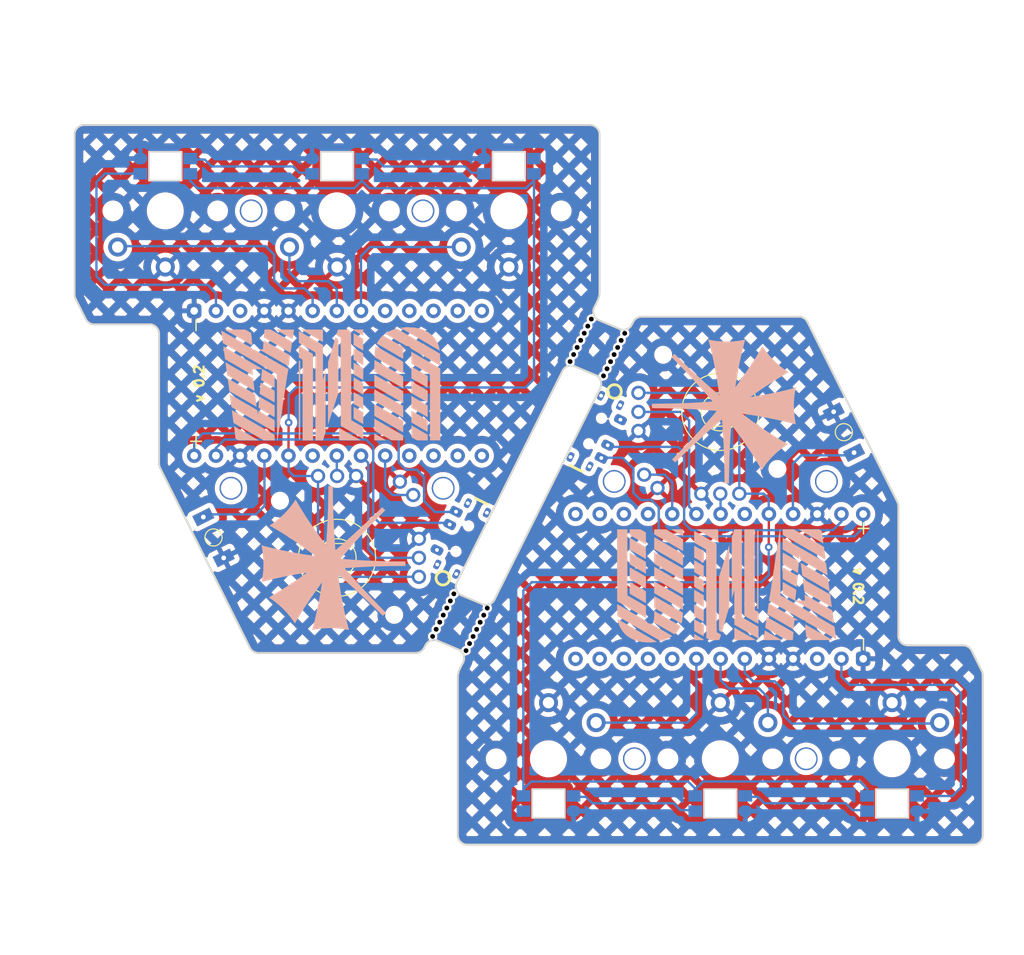
<source format=kicad_pcb>
(kicad_pcb (version 20221018) (generator pcbnew)
  (layers (0 "F.Cu" signal) (31 "B.Cu" signal) (34 "B.Paste" user) (35 "F.Paste" user) (36 "B.SilkS" user "B.Silkscreen") (37 "F.SilkS" user "F.Silkscreen") (38 "B.Mask" user) (39 "F.Mask" user) (44 "Edge.Cuts" user))
  (net 0 "")
  (net 1 "GND")
  (net 2 "Net-(J1-Pin_1)")
  (net 3 "VCC")
  (net 4 "LED")
  (net 5 "reset")
  (net 6 "sw1")
  (net 7 "sw2")
  (net 8 "sw3")
  (net 9 "sw4")
  (net 10 "analogY")
  (net 11 "analogX")
  (net 13 "VBAT")
  (net 14 "Net-(LED1-DIN)")
  (net 15 "Net-(LED2-DIN)")
  (footprint "anu_lib:SW_3x4x2_2legs" (layer "F.Cu") (at 163.976 103.486 116.5)
    (fp_text reference "RSW1" hide)
    (fp_text value "SW_PUSH" hide)
  )
  (footprint "anu_lib:ChocV1_1u" (layer "F.Cu") (at 132.944 137.82)
    (fp_text reference "SW1" hide)
    (fp_text value "SW_PUSH" hide)
  )
  (footprint "anu_lib:ChocV1_1u" (layer "F.Cu") (at 150.994 137.82)
    (fp_text reference "SW2" hide)
    (fp_text value "SW_PUSH" hide)
  )
  (footprint "anu_lib:ChocV1_1u" (layer "F.Cu") (at 169.044 137.82)
    (fp_text reference "SW3" hide)
    (fp_text value "SW_PUSH" hide)
  )
  (footprint "anu_lib:FJ08K-S" (layer "F.Cu") (at 150.994 101.35 180)
    (fp_text reference "X1" hide)
    (fp_text value "FJ08K-S")
  )
  (footprint "anu_lib:SW_MSK-12C02_duplex" (layer "F.Cu") (at 137.8395 103.359 63.5)
    (fp_text reference "SW4")
    (fp_text value "SW_SPDT")
  )
  (footprint "anu_lib:battery_conn_duplex" (layer "F.Cu") (at 166.262 119.696 -90)
    (fp_text reference "J1" hide)
    (fp_text value "battery connector")
  )
  (footprint "anu_lib:ProMicro_v4" (layer "F.Cu") (at 149.244 119.696 -90)
    (fp_text reference "U1" hide)
    (fp_text value "ProMicro_r" hide)
  )
  (footprint "NPTH" (layer "F.Cu") (at 140.951503 93.08778 63.5)
    (fp_text reference "REF**" hide)
    (fp_text value "NPTH" hide)
  )
  (footprint "NPTH" (layer "F.Cu") (at 136.700225 93.081572 -116.5)
    (fp_text reference "REF**" hide)
    (fp_text value "NPTH" hide)
  )
  (footprint "enki_lib:HOLE" (layer "F.Cu") (at 119.752578 80.219958 180)
    (fp_text reference "H1" hide)
    (fp_text value "Hole" hide)
  )
  (footprint "anu_lib:SW_MSK-12C02_duplex" (layer "F.Cu") (at 123.882072 114.680972 -116.5)
    (fp_text reference "SW4")
    (fp_text value "SW_SPDT")
  )
  (footprint "NPTH" (layer "F.Cu") (at 136.328318 93.827296 -116.5)
    (fp_text reference "REF**" hide)
    (fp_text value "NPTH" hide)
  )
  (footprint "NPTH" (layer "F.Cu") (at 135.212516 96.064485 -116.5)
    (fp_text reference "REF**" hide)
    (fp_text value "NPTH" hide)
  )
  (footprint "enki_lib:HOLE" (layer "F.Cu") (at 101.702575 80.219975 180)
    (fp_text reference "H1" hide)
    (fp_text value "Hole" hide)
  )
  (footprint "enki_lib:HOLE" (layer "F.Cu") (at 141.969 137.82)
    (fp_text reference "H1" hide)
    (fp_text value "Hole" hide)
  )
  (footprint "NPTH" (layer "F.Cu") (at 140.207649 94.579243 63.5)
    (fp_text reference "REF**" hide)
    (fp_text value "NPTH" hide)
  )
  (footprint "NPTH" (layer "F.Cu") (at 124.649422 125.704138 63.5)
    (fp_text reference "REF**" hide)
    (fp_text value "NPTH" hide)
  )
  (footprint "NPTH" (layer "F.Cu") (at 125.393272 124.212677 63.5)
    (fp_text reference "REF**" hide)
    (fp_text value "NPTH" hide)
  )
  (footprint "NPTH" (layer "F.Cu") (at 126.137133 122.721215 63.5)
    (fp_text reference "REF**" hide)
    (fp_text value "NPTH" hide)
  )
  (footprint "NPTH" (layer "F.Cu") (at 138.719937 97.562166 63.5)
    (fp_text reference "REF**" hide)
    (fp_text value "NPTH" hide)
  )
  (footprint "enki_lib:HOLE" (layer "F.Cu") (at 139.846 108.662)
    (fp_text reference "H1" hide)
    (fp_text value "Hole" hide)
  )
  (footprint "NPTH" (layer "F.Cu") (at 121.142016 124.206453 -116.5)
    (fp_text reference "REF**" hide)
    (fp_text value "NPTH" hide)
  )
  (footprint "NPTH" (layer "F.Cu") (at 120.770065 124.952182 -116.5)
    (fp_text reference "REF**" hide)
    (fp_text value "NPTH" hide)
  )
  (footprint "NPTH" (layer "F.Cu") (at 139.091866 96.816434 63.5)
    (fp_text reference "REF**" hide)
    (fp_text value "NPTH" hide)
  )
  (footprint "NPTH" (layer "F.Cu") (at 123.001637 120.477805 -116.5)
    (fp_text reference "REF**" hide)
    (fp_text value "NPTH" hide)
  )
  (footprint "NPTH" (layer "F.Cu") (at 137.444072 91.590102 -116.5)
    (fp_text reference "REF**" hide)
    (fp_text value "NPTH" hide)
  )
  (footprint "anu_lib:ChocV1_1u" (layer "F.Cu") (at 92.677573 80.219963 180)
    (fp_text reference "SW3" hide)
    (fp_text value "SW_PUSH" hide)
  )
  (footprint "enki_lib:HOLE" (layer "F.Cu") (at 160.019 137.82)
    (fp_text reference "H1" hide)
    (fp_text value "Hole" hide)
  )
  (footprint "NPTH" (layer "F.Cu") (at 124.277493 126.44987 63.5)
    (fp_text reference "REF**" hide)
    (fp_text value "NPTH" hide)
  )
  (footprint "anu_lib:battery_conn_duplex" (layer "F.Cu") (at 95.459582 98.34398 90)
    (fp_text reference "J1" hide)
    (fp_text value "battery connector")
  )
  (footprint "NPTH" (layer "F.Cu") (at 121.513926 123.460728 -116.5)
    (fp_text reference "REF**" hide)
    (fp_text value "NPTH" hide)
  )
  (footprint "NPTH" (layer "F.Cu") (at 125.021352 124.958404 63.5)
    (fp_text reference "REF**" hide)
    (fp_text value "NPTH" hide)
  )
  (footprint "NPTH" (layer "F.Cu") (at 139.835716 95.324973 63.5)
    (fp_text reference "REF**" hide)
    (fp_text value "NPTH" hide)
  )
  (footprint "anu_lib:ChocV1_1u" (layer "F.Cu") (at 110.727573 80.219973 180)
    (fp_text reference "SW2" hide)
    (fp_text value "SW_PUSH" hide)
  )
  (footprint "anu_lib:SW_3x4x2_2legs" (layer "F.Cu") (at 97.745573 114.553968 -63.5)
    (fp_text reference "RSW1" hide)
    (fp_text value "SW_PUSH" hide)
  )
  (footprint "NPTH" (layer "F.Cu") (at 122.257779 121.969274 -116.5)
    (fp_text reference "REF**" hide)
    (fp_text value "NPTH" hide)
  )
  (footprint "enki_lib:HOLE" (layer "F.Cu") (at 99.579581 109.37796 180)
    (fp_text reference "H1" hide)
    (fp_text value "Hole" hide)
  )
  (footprint "NPTH" (layer "F.Cu") (at 135.956361 94.573026 -116.5)
    (fp_text reference "REF**" hide)
    (fp_text value "NPTH" hide)
  )
  (footprint "NPTH" (layer "F.Cu") (at 139.463796 96.0707 63.5)
    (fp_text reference "REF**" hide)
    (fp_text value "NPTH" hide)
  )
  (footprint "NPTH" (layer "F.Cu") (at 135.584441 95.318759 -116.5)
    (fp_text reference "REF**" hide)
    (fp_text value "NPTH" hide)
  )
  (footprint "NPTH" (layer "F.Cu") (at 125.765205 123.466947 63.5)
    (fp_text reference "REF**" hide)
    (fp_text value "NPTH" hide)
  )
  (footprint "NPTH" (layer "F.Cu") (at 121.885867 122.714982 -116.5)
    (fp_text reference "REF**" hide)
    (fp_text value "NPTH" hide)
  )
  (footprint "NPTH" (layer "F.Cu") (at 122.629706 121.223529 -116.5)
    (fp_text reference "REF**" hide)
    (fp_text value "NPTH" hide)
  )
  (footprint "anu_lib:ChocV1_1u" (layer "F.Cu") (at 128.777574 80.219979 180)
    (fp_text reference "SW1" hide)
    (fp_text value "SW_PUSH" hide)
  )
  (footprint "NPTH" (layer "F.Cu") (at 137.072161 92.335834 -116.5)
    (fp_text reference "REF**" hide)
    (fp_text value "NPTH" hide)
  )
  (footprint "enki_lib:HOLE" (layer "F.Cu") (at 121.875579 109.377969 180)
    (fp_text reference "H1" hide)
    (fp_text value "Hole" hide)
  )
  (footprint "anu_lib:ProMicro_v4" (layer "F.Cu") (at 112.477581 98.343968 90)
    (fp_text reference "U1" hide)
    (fp_text value "ProMicro_r" hide)
  )
  (footprint "enki_lib:HOLE" (layer "F.Cu") (at 162.142 108.662)
    (fp_text reference "H1" hide)
    (fp_text value "Hole" hide)
  )
  (footprint "anu_lib:FJ08K-S" (layer "F.Cu") (at 110.727579 116.689968)
    (fp_text reference "X1" hide)
    (fp_text value "FJ08K-S")
  )
  (footprint "NPTH" (layer "F.Cu") (at 126.509059 121.975484 63.5)
    (fp_text reference "REF**" hide)
    (fp_text value "NPTH" hide)
  )
  (footprint "NPTH" (layer "F.Cu") (at 140.579577 93.833511 63.5)
    (fp_text reference "REF**" hide)
    (fp_text value "NPTH" hide)
  )
  (footprint "anu_lib:YS-SK6812MINI-E_small" (layer "B.Cu") (at 132.944 142.52 180)
    (fp_text reference "LED1" hide)
    (fp_text value "YS-SK6812MINI-E" hide)
    (fp_line (start -1.7 -1.5) (end 1.7 -1.5) (stroke (width 0.12)) (layer "Edge.Cuts"))
    (fp_line (start -1.7 1.5) (end -1.7 -1.5) (stroke (width 0.12)) (layer "Edge.Cuts"))
    (fp_line (start 1.7 -1.5) (end 1.7 1.5) (stroke (width 0.12)) (layer "Edge.Cuts"))
    (fp_line (start 1.7 1.5) (end -1.7 1.5) (stroke (width 0.12)) (layer "Edge.Cuts"))
  )
  (footprint "anu_lib:YS-SK6812MINI-E_small" (layer "B.Cu") (at 150.994 142.52 180)
    (fp_text reference "LED2" hide)
    (fp_text value "YS-SK6812MINI-E" hide)
    (fp_line (start -1.7 -1.5) (end 1.7 -1.5) (stroke (width 0.12)) (layer "Edge.Cuts"))
    (fp_line (start -1.7 1.5) (end -1.7 -1.5) (stroke (width 0.12)) (layer "Edge.Cuts"))
    (fp_line (start 1.7 -1.5) (end 1.7 1.5) (stroke (width 0.12)) (layer "Edge.Cuts"))
    (fp_line (start 1.7 1.5) (end -1.7 1.5) (stroke (width 0.12)) (layer "Edge.Cuts"))
  )
  (footprint "anu_lib:YS-SK6812MINI-E_small" (layer "B.Cu") (at 169.044 142.52 180)
    (fp_text reference "LED3" hide)
    (fp_text value "YS-SK6812MINI-E" hide)
    (fp_line (start -1.7 -1.5) (end 1.7 -1.5) (stroke (width 0.12)) (layer "Edge.Cuts"))
    (fp_line (start -1.7 1.5) (end -1.7 -1.5) (stroke (width 0.12)) (layer "Edge.Cuts"))
    (fp_line (start 1.7 -1.5) (end 1.7 1.5) (stroke (width 0.12)) (layer "Edge.Cuts"))
    (fp_line (start 1.7 1.5) (end -1.7 1.5) (stroke (width 0.12)) (layer "Edge.Cuts"))
  )
  (footprint "anu_lib:Logo_anu" (layer "B.Cu") (at 151.594 119.6964 180)
    (fp_text reference "G2" hide)
    (fp_text value "Logo" hide)
  )
  (footprint "anu_lib:Logo_anu_cuneiform" (layer "B.Cu") (at 151.394 101.34266 180)
    (fp_text reference "G1" hide)
    (fp_text value "Logo" hide)
  )
  (footprint "anu_lib:YS-SK6812MINI-E_small" (layer "B.Cu") (at 128.777578 75.519962)
    (fp_text reference "LED1" hide)
    (fp_text value "YS-SK6812MINI-E" hide)
    (fp_line (start -1.7 -1.5) (end 1.7 -1.5) (stroke (width 0.12)) (layer "Edge.Cuts"))
    (fp_line (start -1.7 1.5) (end -1.7 -1.5) (stroke (width 0.12)) (layer "Edge.Cuts"))
    (fp_line (start 1.7 -1.5) (end 1.7 1.5) (stroke (width 0.12)) (layer "Edge.Cuts"))
    (fp_line (start 1.7 1.5) (end -1.7 1.5) (stroke (width 0.12)) (layer "Edge.Cuts"))
  )
  (footprint "anu_lib:Logo_anu" (layer "B.Cu") (at 110.127579 98.343571)
    (fp_text reference "G2" hide)
    (fp_text value "Logo" hide)
  )
  (footprint "anu_lib:YS-SK6812MINI-E_small" (layer "B.Cu") (at 110.727575 75.519972)
    (fp_text reference "LED2" hide)
    (fp_text value "YS-SK6812MINI-E" hide)
    (fp_line (start -1.7 -1.5) (end 1.7 -1.5) (stroke (width 0.12)) (layer "Edge.Cuts"))
    (fp_line (start -1.7 1.5) (end -1.7 -1.5) (stroke (width 0.12)) (layer "Edge.Cuts"))
    (fp_line (start 1.7 -1.5) (end 1.7 1.5) (stroke (width 0.12)) (layer "Edge.Cuts"))
    (fp_line (start 1.7 1.5) (end -1.7 1.5) (stroke (width 0.12)) (layer "Edge.Cuts"))
  )
  (footprint "anu_lib:YS-SK6812MINI-E_small" (layer "B.Cu") (at 92.677569 75.519973)
    (fp_text reference "LED3" hide)
    (fp_text value "YS-SK6812MINI-E" hide)
    (fp_line (start -1.7 -1.5) (end 1.7 -1.5) (stroke (width 0.12)) (layer "Edge.Cuts"))
    (fp_line (start -1.7 1.5) (end -1.7 -1.5) (stroke (width 0.12)) (layer "Edge.Cuts"))
    (fp_line (start 1.7 -1.5) (end 1.7 1.5) (stroke (width 0.12)) (layer "Edge.Cuts"))
    (fp_line (start 1.7 1.5) (end -1.7 1.5) (stroke (width 0.12)) (layer "Edge.Cuts"))
  )
  (footprint "anu_lib:Logo_anu_cuneiform" (layer "B.Cu") (at 110.327588 116.697303)
    (fp_text reference "G1" hide)
    (fp_text value "Logo" hide)
  )
  (gr_line (start 124.418601 146.8454) (end 177.568601 146.8454) (stroke (width 0.2)) (layer "Edge.Cuts"))
  (gr_line (start 123.418601 145.8454) (end 123.418601 129.266971) (stroke (width 0.2)) (layer "Edge.Cuts"))
  (gr_line (start 178.568599 145.845401) (end 178.5686 129.031186) (stroke (width 0.2)) (layer "Edge.Cuts"))
  (gr_line (start 160.145365 91.899511) (end 169.588267 110.810645) (stroke (width 0.2)) (layer "Edge.Cuts"))
  (gr_arc (start 124.418601 146.8454) (mid 123.711494 146.552507) (end 123.418601 145.8454) (stroke (width 0.2)) (layer "Edge.Cuts"))
  (gr_arc (start 178.568601 145.8454) (mid 178.275708 146.552507) (end 177.568601 146.8454) (stroke (width 0.2)) (layer "Edge.Cuts"))
  (gr_arc (start 123.4186 129.266971) (mid 123.471979 128.807986) (end 123.629267 128.373502) (stroke (width 0.2)) (layer "Edge.Cuts"))
  (gr_line (start 177.396805 126.448666) (end 178.463266 128.584451) (stroke (width 0.2)) (layer "Edge.Cuts"))
  (gr_line (start 176.502138 125.8954) (end 170.6936 125.8954) (stroke (width 0.2)) (layer "Edge.Cuts"))
  (gr_line (start 169.6936 124.8954) (end 169.6936 111.257379) (stroke (width 0.2)) (layer "Edge.Cuts"))
  (gr_arc (start 176.502138 125.8954) (mid 177.028097 126.04489) (end 177.396805 126.448666) (stroke (width 0.2)) (layer "Edge.Cuts"))
  (gr_arc (start 178.463267 128.584452) (mid 178.541911 128.801694) (end 178.5686 129.031186) (stroke (width 0.2)) (layer "Edge.Cuts"))
  (gr_arc (start 170.6936 125.8954) (mid 169.986493 125.602507) (end 169.6936 124.8954) (stroke (width 0.2)) (layer "Edge.Cuts"))
  (gr_arc (start 169.588267 110.810645) (mid 169.666911 111.027887) (end 169.6936 111.257379) (stroke (width 0.2)) (layer "Edge.Cuts"))
  (gr_line (start 142.736503 91.346246) (end 159.250698 91.346246) (stroke (width 0.2)) (layer "Edge.Cuts"))
  (gr_arc (start 141.841836 91.899512) (mid 142.210544 91.495736) (end 142.736503 91.346246) (stroke (width 0.2)) (layer "Edge.Cuts"))
  (gr_arc (start 159.250697 91.346245) (mid 159.776657 91.495735) (end 160.145365 91.899511) (stroke (width 0.2)) (layer "Edge.Cuts"))
  (gr_arc (start 119.87974 126.140464) (mid 119.511045 126.54425) (end 118.985083 126.693718) (stroke (width 0.2)) (layer "Edge.Cuts"))
  (gr_line (start 118.985083 126.693718) (end 102.470863 126.693718) (stroke (width 0.2)) (layer "Edge.Cuts"))
  (gr_line (start 138.404774 98.786229) (end 127.3 121.031) (stroke (width 0.2)) (layer "Edge.Cuts"))
  (gr_arc (start 137.302969 71.194569) (mid 138.010081 71.487461) (end 138.302971 72.19457) (stroke (width 0.2)) (layer "Edge.Cuts"))
  (gr_line (start 137.720226 90.413771) (end 138.092317 89.666479) (stroke (width 0.2)) (layer "Edge.Cuts"))
  (gr_arc (start 138.303 88.773) (mid 138.249613 89.231991) (end 138.092317 89.666479) (stroke (width 0.2)) (layer "Edge.Cuts"))
  (gr_arc (start 141.738549 92.110106) (mid 141.192655 92.646557) (end 140.42732 92.63988) (stroke (width 0.2)) (layer "Edge.Cuts"))
  (gr_line (start 101.576228 126.140464) (end 92.13331 107.229325) (stroke (width 0.2)) (layer "Edge.Cuts"))
  (gr_line (start 141.738549 92.110106) (end 141.841836 91.899512) (stroke (width 0.2)) (layer "Edge.Cuts"))
  (gr_line (start 138.302971 72.19457) (end 138.303002 88.773001) (stroke (width 0.2)) (layer "Edge.Cuts"))
  (gr_line (start 85.219443 92.144575) (end 91.027976 92.144557) (stroke (width 0.2)) (layer "Edge.Cuts"))
  (gr_arc (start 119.986451 125.939894) (mid 120.532345 125.403444) (end 121.29768 125.41012) (stroke (width 0.2)) (layer "Edge.Cuts"))
  (gr_line (start 140.42732 92.63988) (end 138.25 91.725) (stroke (width 0.2)) (layer "Edge.Cuts"))
  (gr_arc (start 83.258307 89.455526) (mid 83.179659 89.238284) (end 83.152973 89.008791) (stroke (width 0.2)) (layer "Edge.Cuts"))
  (gr_arc (start 85.219443 92.144575) (mid 84.693487 91.99507) (end 84.324766 91.591306) (stroke (width 0.2)) (layer "Edge.Cuts"))
  (gr_line (start 121.29768 125.41012) (end 123.475 126.325) (stroke (width 0.2)) (layer "Edge.Cuts"))
  (gr_line (start 123.629267 128.373502) (end 124.004774 127.636229) (stroke (width 0.2)) (layer "Edge.Cuts"))
  (gr_arc (start 137.875 97.475) (mid 138.411465 98.020892) (end 138.404774 98.786229) (stroke (width 0.2)) (layer "Edge.Cuts"))
  (gr_arc (start 123.475 126.325) (mid 124.011465 126.870892) (end 124.004774 127.636229) (stroke (width 0.2)) (layer "Edge.Cuts"))
  (gr_arc (start 123.811451 120.645894) (mid 123.275 120.099999) (end 123.281677 119.334665) (stroke (width 0.2)) (layer "Edge.Cuts"))
  (gr_line (start 92.02798 93.144577) (end 92.027966 106.782591) (stroke (width 0.2)) (layer "Edge.Cuts"))
  (gr_arc (start 138.25 91.725) (mid 137.713535 91.179108) (end 137.720226 90.413771) (stroke (width 0.2)) (layer "Edge.Cuts"))
  (gr_line (start 135.69768 96.56012) (end 137.875 97.475) (stroke (width 0.2)) (layer "Edge.Cuts"))
  (gr_line (start 119.87974 126.140464) (end 119.986451 125.939894) (stroke (width 0.2)) (layer "Edge.Cuts"))
  (gr_line (start 125.988771 121.560774) (end 123.811451 120.645894) (stroke (width 0.2)) (layer "Edge.Cuts"))
  (gr_line (start 123.281677 119.334665) (end 134.386451 97.089894) (stroke (width 0.2)) (layer "Edge.Cuts"))
  (gr_line (start 137.302969 71.194569) (end 84.152977 71.194552) (stroke (width 0.2)) (layer "Edge.Cuts"))
  (gr_arc (start 127.3 121.031) (mid 126.754106 121.567451) (end 125.988771 121.560774) (stroke (width 0.2)) (layer "Edge.Cuts"))
  (gr_arc (start 102.470866 126.69372) (mid 101.944923 126.544227) (end 101.576228 126.140464) (stroke (width 0.2)) (layer "Edge.Cuts"))
  (gr_line (start 83.152992 72.194582) (end 83.152973 89.008791) (stroke (width 0.2)) (layer "Edge.Cuts"))
  (gr_arc (start 92.13331 107.229325) (mid 92.054661 107.012084) (end 92.027966 106.782591) (stroke (width 0.2)) (layer "Edge.Cuts"))
  (gr_arc (start 134.386451 97.089894) (mid 134.932345 96.553444) (end 135.69768 96.56012) (stroke (width 0.2)) (layer "Edge.Cuts"))
  (gr_line (start 84.324766 91.591306) (end 83.258308 89.455524) (stroke (width 0.2)) (layer "Edge.Cuts"))
  (gr_arc (start 83.152985 72.194577) (mid 83.445869 71.487463) (end 84.152977 71.194552) (stroke (width 0.2)) (layer "Edge.Cuts"))
  (gr_arc (start 91.027976 92.144557) (mid 91.735082 92.437462) (end 92.02798 93.144577) (stroke (width 0.2)) (layer "Edge.Cuts"))
  (gr_text "v 0.2" (at 96.25075 98.360257 90) (layer "F.SilkS") (effects (font (size 1 1) (thickness 0.25))))
  (gr_text "v 0.2" (at 165.47084 119.67972 270) (layer "F.SilkS") (effects (font (size 1 1) (thickness 0.25))))
  (gr_text "0,5" (at 75.311 93.5355 90) (layer "Edge.Cuts") (effects (font (size 0 0) (thickness 0.2)) (justify left top)))
  (segment (start 140.716 106.172) (end 138.536207 106.172) (width 0.25) (layer "B.Cu") (net 2))
  (segment (start 166.008 113.519) (end 165.1 114.427) (width 0.25) (layer "B.Cu") (net 2))
  (segment (start 121.005572 111.86797) (end 123.185376 111.867982) (width 0.25) (layer "B.Cu") (net 2))
  (segment (start 138.622661 106.299) (end 138.515934 106.192273) (width 0.25) (layer "B.Cu") (net 2))
  (segment (start 95.713568 104.520974) (end 96.621583 103.612974) (width 0.25) (layer "B.Cu") (net 2))
  (segment (start 144.526 113.665) (end 144.526 111.379) (width 0.25) (layer "B.Cu") (net 2))
  (segment (start 166.008 112.0874) (end 166.008 113.519) (width 0.25) (layer "B.Cu") (net 2))
  (segment (start 165.1 114.427) (end 145.288 114.427) (width 0.25) (layer "B.Cu") (net 2))
  (segment (start 96.621583 103.612974) (end 116.433576 103.612984) (width 0.25) (layer "B.Cu") (net 2))
  (segment (start 141.859 109.855) (end 141.859 107.315) (width 0.25) (layer "B.Cu") (net 2))
  (segment (start 142.621 110.617) (end 141.859 109.855) (width 0.25) (layer "B.Cu") (net 2))
  (segment (start 116.433576 103.612984) (end 117.195576 104.374963) (width 0.25) (layer "B.Cu") (net 2))
  (segment (start 119.100569 107.422964) (end 119.86257 108.184972) (width 0.25) (layer "B.Cu") (net 2))
  (segment (start 141.859 107.315) (end 140.716 106.172) (width 0.25) (layer "B.Cu") (net 2))
  (segment (start 138.536207 106.172) (end 138.515934 106.192273) (width 0.25) (layer "B.Cu") (net 2))
  (segment (start 123.098912 111.740985) (end 123.205648 111.847709) (width 0.25) (layer "B.Cu") (net 2))
  (segment (start 144.526 111.379) (end 143.764 110.617) (width 0.25) (layer "B.Cu") (net 2))
  (segment (start 123.185376 111.867982) (end 123.205648 111.847709) (width 0.25) (layer "B.Cu") (net 2))
  (segment (start 119.86257 108.184972) (end 119.862581 110.724975) (width 0.25) (layer "B.Cu") (net 2))
  (segment (start 117.195576 104.374963) (end 117.19558 106.660965) (width 0.25) (layer "B.Cu") (net 2))
  (segment (start 145.288 114.427) (end 144.526 113.665) (width 0.25) (layer "B.Cu") (net 2))
  (segment (start 117.19558 106.660965) (end 117.957582 107.422975) (width 0.25) (layer "B.Cu") (net 2))
  (segment (start 117.957582 107.422975) (end 119.100569 107.422964) (width 0.25) (layer "B.Cu") (net 2))
  (segment (start 95.71358 105.952575) (end 95.713568 104.520974) (width 0.25) (layer "B.Cu") (net 2))
  (segment (start 143.764 110.617) (end 142.621 110.617) (width 0.25) (layer "B.Cu") (net 2))
  (segment (start 119.862581 110.724975) (end 121.005572 111.86797) (width 0.25) (layer "B.Cu") (net 2))
  (segment (start 105.619569 105.952559) (end 105.638579 102.469966) (width 0.25) (layer "F.Cu") (net 3))
  (segment (start 105.638579 102.469966) (end 105.619593 102.488965) (width 0.25) (layer "F.Cu") (net 3))
  (segment (start 156.102 112.0874) (end 156.083 115.57) (width 0.25) (layer "F.Cu") (net 3))
  (segment (start 156.083 115.57) (end 156.102 115.551) (width 0.25) (layer "F.Cu") (net 3))
  (via (at 156.083 115.57) (size 0.8) (drill 0.4) (layers "F.Cu" "B.Cu") (net 3))
  (via (at 105.638579 102.469966) (size 0.8) (drill 0.4) (layers "F.Cu" "B.Cu") (net 3))
  (segment (start 130.344 140.9947) (end 131.1307 140.208) (width 0.25) (layer "B.Cu") (net 3))
  (segment (start 152.994 100.162) (end 152.182 99.35) (width 0.25) (layer "B.Cu") (net 3))
  (segment (start 148.394 140.9947) (end 149.1807 140.208) (width 0.25) (layer "B.Cu") (net 3))
  (segment (start 131.419573 97.897982) (end 131.419563 76.336961) (width 0.25) (layer "B.Cu") (net 3))
  (segment (start 156.083 118.491) (end 155.321 119.253) (width 0.25) (layer "B.Cu") (net 3))
  (segment (start 157.7034 140.208) (end 165.6573 140.208) (width 0.25) (layer "B.Cu") (net 3))
  (segment (start 106.178585 108.089965) (end 108.727584 108.089976) (width 0.25) (layer "B.Cu") (net 3))
  (segment (start 131.191 119.253) (end 130.302 120.142) (width 0.25) (layer "B.Cu") (net 3))
  (segment (start 156.083 110.49) (end 155.543 109.95) (width 0.25) (layer "B.Cu") (net 3))
  (segment (start 156.083 112.0684) (end 156.083 110.49) (width 0.25) (layer "B.Cu") (net 3))
  (segment (start 152.994 109.95) (end 152.994 100.162) (width 0.25) (layer "B.Cu") (net 3))
  (segment (start 156.102 112.0874) (end 156.083 112.0684) (width 0.25) (layer "B.Cu") (net 3))
  (segment (start 105.638579 102.469966) (end 105.638584 99.548971) (width 0.25) (layer "B.Cu") (net 3))
  (segment (start 109.539586 118.689966) (end 119.327567 118.689971) (width 0.25) (layer "B.Cu") (net 3))
  (segment (start 105.638584 99.548971) (end 106.400583 98.786976) (width 0.25) (layer "B.Cu") (net 3))
  (segment (start 149.1807 140.208) (end 157.988 140.208) (width 0.25) (layer "B.Cu") (net 3))
  (segment (start 130.302 120.142) (end 130.302 141.703) (width 0.25) (layer "B.Cu") (net 3))
  (segment (start 131.419563 76.336961) (end 131.402574 76.319975) (width 0.25) (layer "B.Cu") (net 3))
  (segment (start 95.277579 77.04528) (end 95.277581 76.219977) (width 0.25) (layer "B.Cu") (net 3))
  (segment (start 155.543 109.95) (end 152.994 109.95) (width 0.25) (layer "B.Cu") (net 3))
  (segment (start 166.444 140.9947) (end 166.444 141.82) (width 0.25) (layer "B.Cu") (net 3))
  (segment (start 155.321 119.253) (end 131.191 119.253) (width 0.25) (layer "B.Cu") (net 3))
  (segment (start 131.377575 76.219963) (end 131.377571 77.045272) (width 0.25) (layer "B.Cu") (net 3))
  (segment (start 108.727561 117.877973) (end 109.539586 118.689966) (width 0.25) (layer "B.Cu") (net 3))
  (segment (start 96.064268 77.831967) (end 95.277579 77.04528) (width 0.25) (layer "B.Cu") (net 3))
  (segment (start 105.638565 107.549981) (end 106.178585 108.089965) (width 0.25) (layer "B.Cu") (net 3))
  (segment (start 112.540866 77.831967) (end 103.733574 77.831978) (width 0.25) (layer "B.Cu") (net 3))
  (segment (start 113.327574 76.219975) (end 113.327576 77.045176) (width 0.25) (layer "B.Cu") (net 3))
  (segment (start 147.6073 140.208) (end 148.394 140.9947) (width 0.25) (layer "B.Cu") (net 3))
  (segment (start 131.377571 77.045272) (end 130.59088 77.831976) (width 0.25) (layer "B.Cu") (net 3))
  (segment (start 114.114279 77.831974) (end 113.327569 77.045271) (width 0.25) (layer "B.Cu") (net 3))
  (segment (start 130.53058 98.786978) (end 131.419573 97.897982) (width 0.25) (layer "B.Cu") (net 3))
  (segment (start 113.327576 77.045176) (end 113.327569 77.045271) (width 0.25) (layer "B.Cu") (net 3))
  (segment (start 152.182 99.35) (end 142.394 99.35) (width 0.25) (layer "B.Cu") (net 3))
  (segment (start 148.394 141.82) (end 148.394 140.9948) (width 0.25) (layer "B.Cu") (net 3))
  (segment (start 148.394 140.9948) (end 148.394 140.9947) (width 0.25) (layer "B.Cu") (net 3))
  (segment (start 130.59088 77.831976) (end 114.114279 77.831974) (width 0.25) (layer "B.Cu") (net 3))
  (segment (start 131.1307 140.208) (end 147.6073 140.208) (width 0.25) (layer "B.Cu") (net 3))
  (segment (start 106.400583 98.786976) (end 130.53058 98.786978) (width 0.25) (layer "B.Cu") (net 3))
  (segment (start 113.327569 77.045271) (end 112.540866 77.831967) (width 0.25) (layer "B.Cu") (net 3))
  (segment (start 156.083 115.57) (end 156.083 118.491) (width 0.25) (layer "B.Cu") (net 3))
  (segment (start 130.302 141.703) (end 130.319 141.72) (width 0.25) (layer "B.Cu") (net 3))
  (segment (start 105.638581 105.971579) (end 105.638565 107.549981) (width 0.25) (layer "B.Cu") (net 3))
  (segment (start 104.018191 77.831969) (end 96.064268 77.831967) (width 0.25) (layer "B.Cu") (net 3))
  (segment (start 165.6573 140.208) (end 166.444 140.9947) (width 0.25) (layer "B.Cu") (net 3))
  (segment (start 108.727584 108.089976) (end 108.727561 117.877973) (width 0.25) (layer "B.Cu") (net 3))
  (segment (start 130.344 141.82) (end 130.344 140.9947) (width 0.25) (layer "B.Cu") (net 3))
  (segment (start 105.619569 105.952559) (end 105.638581 105.971579) (width 0.25) (layer "B.Cu") (net 3))
  (segment (start 175.387 141.732) (end 176.276 140.843) (width 0.25) (layer "B.Cu") (net 4))
  (segment (start 176.276 140.843) (end 176.276 130.937) (width 0.25) (layer "B.Cu") (net 4))
  (segment (start 85.445572 87.102976) (end 86.334571 87.991973) (width 0.25) (layer "B.Cu") (net 4))
  (segment (start 85.445578 77.196975) (end 85.445572 87.102976) (width 0.25) (layer "B.Cu") (net 4))
  (segment (start 163.722 129.178) (end 163.722 127.3074) (width 0.25) (layer "B.Cu") (net 4))
  (segment (start 90.052566 76.31997) (end 90.04056 76.307973) (width 0.25) (layer "B.Cu") (net 4))
  (segment (start 86.334572 76.307964) (end 85.445578 77.196975) (width 0.25) (layer "B.Cu") (net 4))
  (segment (start 164.592 130.048) (end 163.722 129.178) (width 0.25) (layer "B.Cu") (net 4))
  (segment (start 86.334571 87.991973) (end 97.129589 87.991951) (width 0.25) (layer "B.Cu") (net 4))
  (segment (start 175.387 130.048) (end 164.592 130.048) (width 0.25) (layer "B.Cu") (net 4))
  (segment (start 90.04056 76.307973) (end 86.334572 76.307964) (width 0.25) (layer "B.Cu") (net 4))
  (segment (start 171.669 141.72) (end 171.681 141.732) (width 0.25) (layer "B.Cu") (net 4))
  (segment (start 171.681 141.732) (end 175.387 141.732) (width 0.25) (layer "B.Cu") (net 4))
  (segment (start 97.129589 87.991951) (end 97.999585 88.86198) (width 0.25) (layer "B.Cu") (net 4))
  (segment (start 176.276 130.937) (end 175.387 130.048) (width 0.25) (layer "B.Cu") (net 4))
  (segment (start 97.999585 88.86198) (end 97.999581 90.732563) (width 0.25) (layer "B.Cu") (net 4))
  (segment (start 97.056004 112.015541) (end 97.162413 112.121976) (width 0.25) (layer "B.Cu") (net 5))
  (segment (start 164.559161 105.918) (end 159.512 105.918) (width 0.25) (layer "B.Cu") (net 5))
  (segment (start 159.512 105.918) (end 158.623 106.807) (width 0.25) (layer "B.Cu") (net 5))
  (segment (start 102.209583 112.121985) (end 103.098572 111.232986) (width 0.25) (layer "B.Cu") (net 5))
  (segment (start 103.098572 111.232986) (end 103.09858 105.971569) (width 0.25) (layer "B.Cu") (net 5))
  (segment (start 97.162413 112.121976) (end 102.209583 112.121985) (width 0.25) (layer "B.Cu") (net 5))
  (segment (start 103.09858 105.971569) (end 103.079579 105.952574) (width 0.25) (layer "B.Cu") (net 5))
  (segment (start 158.623 112.0684) (end 158.642 112.0874) (width 0.25) (layer "B.Cu") (net 5))
  (segment (start 164.665577 106.024416) (end 164.559161 105.918) (width 0.25) (layer "B.Cu") (net 5))
  (segment (start 158.623 106.807) (end 158.623 112.0684) (width 0.25) (layer "B.Cu") (net 5))
  (segment (start 123.777576 84.019975) (end 114.182565 84.019973) (width 0.25) (layer "B.Cu") (net 6))
  (segment (start 113.239586 84.962972) (end 113.239594 90.732572) (width 0.25) (layer "B.Cu") (net 6))
  (segment (start 114.182565 84.019973) (end 113.239586 84.962972) (width 0.25) (layer "B.Cu") (net 6))
  (segment (start 147.539 134.02) (end 148.482 133.077) (width 0.25) (layer "B.Cu") (net 6))
  (segment (start 148.482 133.077) (end 148.482 127.3074) (width 0.25) (layer "B.Cu") (net 6))
  (segment (start 137.944 134.02) (end 147.539 134.02) (width 0.25) (layer "B.Cu") (net 6))
  (segment (start 105.727564 86.683969) (end 105.727567 84.019954) (width 0.25) (layer "B.Cu") (net 7))
  (segment (start 106.654573 87.610958) (end 105.727564 86.683969) (width 0.25) (layer "B.Cu") (net 7))
  (segment (start 151.022 129.559) (end 151.892 130.429) (width 0.25) (layer "B.Cu") (net 7))
  (segment (start 110.699575 90.732573) (end 110.69958 88.480962) (width 0.25) (layer "B.Cu") (net 7))
  (segment (start 151.022 127.3074) (end 151.022 129.559) (width 0.25) (layer "B.Cu") (net 7))
  (segment (start 110.69958 88.480962) (end 109.829582 87.610973) (width 0.25) (layer "B.Cu") (net 7))
  (segment (start 155.067 130.429) (end 155.994 131.356) (width 0.25) (layer "B.Cu") (net 7))
  (segment (start 151.892 130.429) (end 155.067 130.429) (width 0.25) (layer "B.Cu") (net 7))
  (segment (start 155.994 131.356) (end 155.994 134.02) (width 0.25) (layer "B.Cu") (net 7))
  (segment (start 109.829582 87.610973) (end 106.654573 87.610958) (width 0.25) (layer "B.Cu") (net 7))
  (segment (start 174.044 134.02) (end 173.952 134.112) (width 0.25) (layer "B.Cu") (net 8))
  (segment (start 103.225579 83.927966) (end 104.114574 84.816979) (width 0.25) (layer "B.Cu") (net 8))
  (segment (start 105.003582 88.372956) (end 107.289569 88.372966) (width 0.25) (layer "B.Cu") (net 8))
  (segment (start 87.769577 83.927978) (end 103.225579 83.927966) (width 0.25) (layer "B.Cu") (net 8))
  (segment (start 104.114574 87.48398) (end 105.003582 88.372956) (width 0.25) (layer "B.Cu") (net 8))
  (segment (start 154.432 129.667) (end 153.562 128.797) (width 0.25) (layer "B.Cu") (net 8))
  (segment (start 153.562 128.797) (end 153.562 127.3074) (width 0.25) (layer "B.Cu") (net 8))
  (segment (start 157.607 130.556) (end 156.718 129.667) (width 0.25) (layer "B.Cu") (net 8))
  (segment (start 108.159579 89.242979) (end 108.159582 90.732573) (width 0.25) (layer "B.Cu") (net 8))
  (segment (start 158.496 134.112) (end 157.607 133.223) (width 0.25) (layer "B.Cu") (net 8))
  (segment (start 173.952 134.112) (end 158.496 134.112) (width 0.25) (layer "B.Cu") (net 8))
  (segment (start 156.718 129.667) (end 154.432 129.667) (width 0.25) (layer "B.Cu") (net 8))
  (segment (start 157.607 133.223) (end 157.607 130.556) (width 0.25) (layer "B.Cu") (net 8))
  (segment (start 107.289569 88.372966) (end 108.159579 89.242979) (width 0.25) (layer "B.Cu") (net 8))
  (segment (start 104.114574 84.816979) (end 104.114574 87.48398) (width 0.25) (layer "B.Cu") (net 8))
  (segment (start 87.677588 84.019971) (end 87.769577 83.927978) (width 0.25) (layer "B.Cu") (net 8))
  (segment (start 115.779593 109.308953) (end 115.779587 105.952571) (width 0.25) (layer "B.Cu") (net 9))
  (segment (start 145.161 107.95) (end 145.942 108.731) (width 0.25) (layer "B.Cu") (net 9))
  (segment (start 142.994 107.95) (end 145.161 107.95) (width 0.25) (layer "B.Cu") (net 9))
  (segment (start 116.560571 110.089968) (end 115.779593 109.308953) (width 0.25) (layer "B.Cu") (net 9))
  (segment (start 118.727586 110.08997) (end 116.560571 110.089968) (width 0.25) (layer "B.Cu") (net 9))
  (segment (start 145.942 108.731) (end 145.942 112.0874) (width 0.25) (layer "B.Cu") (net 9))
  (segment (start 110.699574 108.061967) (end 110.727571 108.089985) (width 0.25) (layer "F.Cu") (net 10))
  (segment (start 151.022 109.978) (end 150.994 109.95) (width 0.25) (layer "F.Cu") (net 10))
  (segment (start 151.022 112.0874) (end 151.022 109.978) (width 0.25) (layer "B.Cu") (net 10))
  (segment (start 110.699587 105.952575) (end 110.699574 108.061967) (width 0.25) (layer "B.Cu") (net 10))
  (segment (start 114.001579 115.785974) (end 114.001556 106.71457) (width 0.25) (layer "B.Cu") (net 11))
  (segment (start 119.3276 116.689967) (end 114.905571 116.689976) (width 0.25) (layer "B.Cu") (net 11))
  (segment (start 147.720001 102.254001) (end 147.720001 111.325401) (width 0.25) (layer "B.Cu") (net 11))
  (segment (start 146.816 101.35) (end 147.720001 102.254001) (width 0.25) (layer "B.Cu") (net 11))
  (segment (start 147.720001 111.325401) (end 148.482 112.0874) (width 0.25) (layer "B.Cu") (net 11))
  (segment (start 114.905571 116.689976) (end 114.001579 115.785974) (width 0.25) (layer "B.Cu") (net 11))
  (segment (start 142.394 101.35) (end 146.816 101.35) (width 0.25) (layer "B.Cu") (net 11))
  (segment (start 114.001556 106.71457) (end 113.239586 105.952569) (width 0.25) (layer "B.Cu") (net 11))
  (segment (start 146.558 105.029) (end 147.193 105.664) (width 0.25) (layer "B.Cu") (net 13))
  (segment (start 113.772105 104.253497) (end 98.902064 104.253469) (width 0.25) (layer "B.Cu") (net 13))
  (segment (start 114.528569 105.009972) (end 113.772105 104.253497) (width 0.25) (layer "B.Cu") (net 13))
  (segment (start 163.722 112.884) (end 163.722 112.0874) (width 0.25) (layer "B.Cu") (net 13))
  (segment (start 147.193 113.03) (end 147.949489 113.786489) (width 0.25) (layer "B.Cu") (net 13))
  (segment (start 98.902064 104.253469) (end 97.999582 105.155969) (width 0.25) (layer "B.Cu") (net 13))
  (segment (start 97.999582 105.155969) (end 97.999574 105.952571) (width 0.25) (layer "B.Cu") (net 13))
  (segment (start 122.363158 113.010969) (end 122.548076 113.195885) (width 0.25) (layer "B.Cu") (net 13))
  (segment (start 115.163575 113.010974) (end 114.528586 112.375963) (width 0.25) (layer "B.Cu") (net 13))
  (segment (start 139.358409 105.029) (end 146.558 105.029) (width 0.25) (layer "B.Cu") (net 13))
  (segment (start 122.363158 113.010969) (end 115.163575 113.010974) (width 0.25) (layer "B.Cu") (net 13))
  (segment (start 147.949489 113.786489) (end 162.819511 113.786489) (width 0.25) (layer "B.Cu") (net 13))
  (segment (start 147.193 105.664) (end 147.193 113.03) (width 0.25) (layer "B.Cu") (net 13))
  (segment (start 114.528586 112.375963) (end 114.528569 105.009972) (width 0.25) (layer "B.Cu") (net 13))
  (segment (start 139.358409 105.029) (end 139.173491 104.844082) (width 0.25) (layer "B.Cu") (net 13))
  (segment (start 162.819511 113.786489) (end 163.722 112.884) (width 0.25) (layer "B.Cu") (net 13))
  (segment (start 136.867 141.82) (end 137.541 142.494) (width 0.25) (layer "B.Cu") (net 14))
  (segment (start 124.854577 76.219964) (end 124.180582 75.545973) (width 0.25) (layer "B.Cu") (net 14))
  (segment (start 114.904072 74.819974) (end 113.327577 74.819977) (width 0.25) (layer "B.Cu") (net 14))
  (segment (start 146.0915 142.494) (end 146.8175 143.22) (width 0.25) (layer "B.Cu") (net 14))
  (segment (start 135.544 141.82) (end 136.867 141.82) (width 0.25) (layer "B.Cu") (net 14))
  (segment (start 146.8175 143.22) (end 148.394 143.22) (width 0.25) (layer "B.Cu") (net 14))
  (segment (start 126.177567 76.219973) (end 124.854577 76.219964) (width 0.25) (layer "B.Cu") (net 14))
  (segment (start 115.630078 75.545969) (end 114.904072 74.819974) (width 0.25) (layer "B.Cu") (net 14))
  (segment (start 124.180582 75.545973) (end 115.630078 75.545969) (width 0.25) (layer "B.Cu") (net 14))
  (segment (start 137.541 142.494) (end 146.0915 142.494) (width 0.25) (layer "B.Cu") (net 14))
  (segment (start 153.62075 141.82) (end 154.94375 141.82) (width 0.25) (layer "B.Cu") (net 15))
  (segment (start 97.553327 75.545979) (end 96.827335 74.819958) (width 0.25) (layer "B.Cu") (net 15))
  (segment (start 164.89425 143.22) (end 166.47075 143.22) (width 0.25) (layer "B.Cu") (net 15))
  (segment (start 106.10382 75.545964) (end 97.553327 75.545979) (width 0.25) (layer "B.Cu") (net 15))
  (segment (start 155.61775 142.494) (end 164.16825 142.494) (width 0.25) (layer "B.Cu") (net 15))
  (segment (start 108.10083 76.219969) (end 106.777827 76.219979) (width 0.25) (layer "B.Cu") (net 15))
  (segment (start 106.777827 76.219979) (end 106.10382 75.545964) (width 0.25) (layer "B.Cu") (net 15))
  (segment (start 154.94375 141.82) (end 155.61775 142.494) (width 0.25) (layer "B.Cu") (net 15))
  (segment (start 164.16825 142.494) (end 164.89425 143.22) (width 0.25) (layer "B.Cu") (net 15))
  (segment (start 96.827335 74.819958) (end 95.250829 74.819983) (width 0.25) (layer "B.Cu") (net 15))
  (zone (net 1) (net_name "GND") (layers "F&B.Cu") (connect_pads (clearance 0.508)) (min_thickness 0.254) (fill yes (mode hatch) (thermal_gap 0.508) (thermal_bridge_width 0.508) (island_removal_mode 1) (island_area_min 10) (hatch_thickness 0.8) (hatch_gap 1) (hatch_orientation 45) (hatch_border_algorithm hatch_thickness) (hatch_min_hole_area 0.3))
    (polygon (pts (xy 181 158.25) (xy 81 158.45) (xy 80.575 58.325) (xy 181.4 58.05)))
  )
)
</source>
